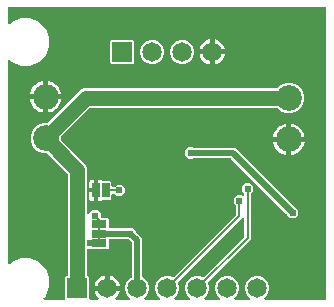
<source format=gbr>
G04 EAGLE Gerber RS-274X export*
G75*
%MOMM*%
%FSLAX34Y34*%
%LPD*%
%AMOC8*
5,1,8,0,0,1.08239X$1,22.5*%
G01*
%ADD10R,1.270000X0.635000*%
%ADD11C,0.203200*%
%ADD12R,1.651000X1.651000*%
%ADD13C,1.651000*%
%ADD14C,2.184400*%
%ADD15R,0.635000X1.270000*%
%ADD16C,0.609600*%
%ADD17C,0.177800*%
%ADD18C,1.270000*%
%ADD19C,0.508000*%

G36*
X52809Y5216D02*
X52809Y5216D01*
X52867Y5214D01*
X52949Y5236D01*
X53033Y5248D01*
X53086Y5271D01*
X53142Y5286D01*
X53215Y5329D01*
X53292Y5364D01*
X53337Y5402D01*
X53387Y5431D01*
X53445Y5493D01*
X53509Y5547D01*
X53541Y5596D01*
X53581Y5639D01*
X53620Y5714D01*
X53667Y5784D01*
X53684Y5840D01*
X53711Y5892D01*
X53722Y5960D01*
X53752Y6055D01*
X53755Y6155D01*
X53766Y6223D01*
X53766Y23992D01*
X54830Y25055D01*
X54854Y25062D01*
X54938Y25074D01*
X54991Y25097D01*
X55047Y25112D01*
X55120Y25155D01*
X55197Y25190D01*
X55242Y25228D01*
X55292Y25257D01*
X55350Y25319D01*
X55414Y25373D01*
X55446Y25422D01*
X55486Y25465D01*
X55525Y25540D01*
X55572Y25610D01*
X55589Y25666D01*
X55616Y25718D01*
X55627Y25786D01*
X55657Y25881D01*
X55660Y25981D01*
X55671Y26049D01*
X55671Y111412D01*
X55659Y111499D01*
X55656Y111586D01*
X55639Y111639D01*
X55631Y111694D01*
X55596Y111774D01*
X55569Y111857D01*
X55541Y111896D01*
X55515Y111953D01*
X55419Y112067D01*
X55374Y112130D01*
X38502Y129002D01*
X38433Y129054D01*
X38369Y129114D01*
X38319Y129140D01*
X38275Y129173D01*
X38193Y129204D01*
X38115Y129244D01*
X38068Y129252D01*
X38009Y129274D01*
X37862Y129286D01*
X37784Y129299D01*
X34474Y129299D01*
X29806Y131233D01*
X26233Y134806D01*
X24299Y139474D01*
X24299Y144526D01*
X26233Y149194D01*
X29806Y152767D01*
X34474Y154701D01*
X37784Y154701D01*
X37871Y154713D01*
X37958Y154716D01*
X38011Y154733D01*
X38066Y154741D01*
X38146Y154776D01*
X38229Y154803D01*
X38268Y154831D01*
X38325Y154857D01*
X38439Y154953D01*
X38502Y154998D01*
X66395Y182891D01*
X69383Y184129D01*
X232747Y184129D01*
X232833Y184141D01*
X232921Y184144D01*
X232973Y184161D01*
X233028Y184169D01*
X233108Y184204D01*
X233191Y184231D01*
X233230Y184259D01*
X233288Y184285D01*
X233401Y184381D01*
X233465Y184426D01*
X235806Y186767D01*
X240474Y188701D01*
X245526Y188701D01*
X250194Y186767D01*
X253767Y183194D01*
X255701Y178526D01*
X255701Y173474D01*
X253767Y168806D01*
X250194Y165233D01*
X245526Y163299D01*
X240474Y163299D01*
X235806Y165233D01*
X233465Y167574D01*
X233395Y167626D01*
X233331Y167686D01*
X233281Y167712D01*
X233237Y167745D01*
X233156Y167776D01*
X233078Y167816D01*
X233030Y167824D01*
X232972Y167846D01*
X232824Y167858D01*
X232747Y167871D01*
X74788Y167871D01*
X74701Y167859D01*
X74614Y167856D01*
X74561Y167839D01*
X74506Y167831D01*
X74426Y167796D01*
X74343Y167769D01*
X74304Y167741D01*
X74247Y167715D01*
X74133Y167619D01*
X74070Y167574D01*
X49998Y143502D01*
X49946Y143433D01*
X49886Y143369D01*
X49860Y143319D01*
X49827Y143275D01*
X49796Y143193D01*
X49756Y143115D01*
X49748Y143068D01*
X49726Y143009D01*
X49714Y142862D01*
X49701Y142784D01*
X49701Y141216D01*
X49708Y141163D01*
X49707Y141135D01*
X49714Y141111D01*
X49716Y141042D01*
X49733Y140989D01*
X49741Y140934D01*
X49776Y140854D01*
X49803Y140771D01*
X49831Y140732D01*
X49857Y140675D01*
X49953Y140561D01*
X49998Y140498D01*
X70691Y119805D01*
X71929Y116817D01*
X71929Y78920D01*
X71933Y78891D01*
X71930Y78861D01*
X71953Y78750D01*
X71969Y78638D01*
X71981Y78612D01*
X71986Y78583D01*
X72039Y78482D01*
X72085Y78379D01*
X72104Y78356D01*
X72117Y78330D01*
X72195Y78248D01*
X72268Y78162D01*
X72293Y78146D01*
X72313Y78124D01*
X72411Y78067D01*
X72505Y78004D01*
X72533Y77995D01*
X72558Y77981D01*
X72668Y77953D01*
X72776Y77918D01*
X72806Y77918D01*
X72834Y77911D01*
X72947Y77914D01*
X73060Y77911D01*
X73089Y77919D01*
X73118Y77920D01*
X73226Y77954D01*
X73335Y77983D01*
X73361Y77998D01*
X73389Y78007D01*
X73452Y78053D01*
X73580Y78128D01*
X73623Y78174D01*
X73662Y78202D01*
X76741Y81281D01*
X80739Y81281D01*
X83567Y78453D01*
X83567Y75821D01*
X83579Y75734D01*
X83582Y75647D01*
X83599Y75594D01*
X83607Y75539D01*
X83642Y75459D01*
X83669Y75376D01*
X83697Y75337D01*
X83723Y75280D01*
X83819Y75166D01*
X83864Y75103D01*
X84374Y74593D01*
X84443Y74541D01*
X84507Y74481D01*
X84557Y74455D01*
X84601Y74422D01*
X84683Y74391D01*
X84760Y74351D01*
X84808Y74343D01*
X84867Y74321D01*
X85014Y74309D01*
X85092Y74296D01*
X89637Y74296D01*
X90679Y73254D01*
X90679Y66548D01*
X90687Y66490D01*
X90685Y66432D01*
X90707Y66350D01*
X90719Y66266D01*
X90742Y66213D01*
X90757Y66157D01*
X90800Y66084D01*
X90835Y66007D01*
X90873Y65962D01*
X90902Y65912D01*
X90964Y65854D01*
X91018Y65790D01*
X91067Y65758D01*
X91110Y65718D01*
X91185Y65679D01*
X91255Y65632D01*
X91311Y65615D01*
X91363Y65588D01*
X91431Y65577D01*
X91526Y65547D01*
X91626Y65544D01*
X91694Y65533D01*
X105784Y65533D01*
X105871Y65545D01*
X105958Y65548D01*
X106011Y65565D01*
X106066Y65573D01*
X106145Y65608D01*
X106229Y65635D01*
X106268Y65663D01*
X106325Y65689D01*
X106438Y65785D01*
X106502Y65830D01*
X106713Y66041D01*
X110711Y66041D01*
X113539Y63213D01*
X113539Y62915D01*
X113551Y62829D01*
X113554Y62741D01*
X113571Y62689D01*
X113579Y62634D01*
X113614Y62554D01*
X113641Y62471D01*
X113669Y62432D01*
X113695Y62375D01*
X113791Y62261D01*
X113836Y62198D01*
X118919Y57115D01*
X118919Y24750D01*
X118919Y24748D01*
X118919Y24747D01*
X118940Y24598D01*
X118959Y24468D01*
X118959Y24467D01*
X118959Y24465D01*
X119021Y24330D01*
X119075Y24209D01*
X119076Y24208D01*
X119077Y24206D01*
X119170Y24097D01*
X119258Y23992D01*
X119260Y23991D01*
X119261Y23990D01*
X119273Y23982D01*
X119495Y23834D01*
X119524Y23825D01*
X119545Y23812D01*
X120284Y23506D01*
X123106Y20684D01*
X124634Y16996D01*
X124634Y13004D01*
X123106Y9316D01*
X120731Y6941D01*
X120713Y6917D01*
X120691Y6898D01*
X120628Y6804D01*
X120560Y6714D01*
X120549Y6686D01*
X120533Y6662D01*
X120499Y6554D01*
X120459Y6448D01*
X120456Y6419D01*
X120447Y6391D01*
X120444Y6277D01*
X120435Y6165D01*
X120441Y6136D01*
X120440Y6107D01*
X120469Y5997D01*
X120491Y5886D01*
X120504Y5860D01*
X120512Y5832D01*
X120570Y5734D01*
X120622Y5634D01*
X120642Y5612D01*
X120657Y5587D01*
X120740Y5510D01*
X120818Y5428D01*
X120843Y5413D01*
X120864Y5393D01*
X120965Y5341D01*
X121063Y5284D01*
X121091Y5277D01*
X121118Y5263D01*
X121195Y5250D01*
X121338Y5214D01*
X121401Y5216D01*
X121449Y5208D01*
X133151Y5208D01*
X133180Y5212D01*
X133210Y5209D01*
X133321Y5232D01*
X133433Y5248D01*
X133460Y5260D01*
X133488Y5265D01*
X133589Y5318D01*
X133692Y5364D01*
X133715Y5383D01*
X133741Y5396D01*
X133823Y5474D01*
X133909Y5547D01*
X133926Y5572D01*
X133947Y5592D01*
X134004Y5690D01*
X134067Y5784D01*
X134076Y5812D01*
X134091Y5837D01*
X134118Y5947D01*
X134153Y6055D01*
X134153Y6085D01*
X134161Y6113D01*
X134157Y6226D01*
X134160Y6339D01*
X134153Y6368D01*
X134152Y6397D01*
X134117Y6505D01*
X134088Y6614D01*
X134073Y6640D01*
X134064Y6668D01*
X134019Y6731D01*
X133943Y6859D01*
X133897Y6902D01*
X133869Y6941D01*
X131494Y9316D01*
X129966Y13004D01*
X129966Y16996D01*
X131494Y20684D01*
X134316Y23506D01*
X138004Y25034D01*
X141996Y25034D01*
X144258Y24097D01*
X144260Y24096D01*
X144261Y24096D01*
X144395Y24061D01*
X144533Y24026D01*
X144535Y24026D01*
X144536Y24025D01*
X144677Y24030D01*
X144817Y24034D01*
X144819Y24034D01*
X144821Y24034D01*
X144953Y24077D01*
X145088Y24121D01*
X145090Y24121D01*
X145091Y24122D01*
X145103Y24130D01*
X145324Y24279D01*
X145344Y24302D01*
X145364Y24317D01*
X198076Y77028D01*
X198128Y77098D01*
X198188Y77162D01*
X198214Y77211D01*
X198247Y77255D01*
X198278Y77337D01*
X198318Y77415D01*
X198326Y77463D01*
X198348Y77521D01*
X198360Y77669D01*
X198373Y77746D01*
X198373Y84448D01*
X198366Y84498D01*
X198367Y84514D01*
X198361Y84535D01*
X198358Y84622D01*
X198341Y84675D01*
X198333Y84730D01*
X198298Y84809D01*
X198271Y84893D01*
X198243Y84932D01*
X198217Y84989D01*
X198121Y85102D01*
X198076Y85166D01*
X196341Y86901D01*
X196341Y90899D01*
X199169Y93727D01*
X203167Y93727D01*
X203498Y93396D01*
X203522Y93378D01*
X203541Y93356D01*
X203635Y93293D01*
X203725Y93225D01*
X203753Y93215D01*
X203777Y93198D01*
X203885Y93164D01*
X203991Y93124D01*
X204020Y93121D01*
X204048Y93112D01*
X204162Y93110D01*
X204274Y93100D01*
X204303Y93106D01*
X204332Y93105D01*
X204442Y93134D01*
X204553Y93156D01*
X204579Y93170D01*
X204607Y93177D01*
X204705Y93235D01*
X204805Y93287D01*
X204827Y93307D01*
X204852Y93322D01*
X204929Y93405D01*
X205011Y93483D01*
X205026Y93508D01*
X205046Y93530D01*
X205098Y93631D01*
X205155Y93728D01*
X205162Y93757D01*
X205176Y93783D01*
X205189Y93860D01*
X205225Y94004D01*
X205223Y94066D01*
X205231Y94114D01*
X205231Y94608D01*
X205224Y94657D01*
X205225Y94666D01*
X205221Y94679D01*
X205219Y94695D01*
X205216Y94782D01*
X205199Y94835D01*
X205191Y94890D01*
X205156Y94969D01*
X205129Y95053D01*
X205101Y95092D01*
X205075Y95149D01*
X204979Y95262D01*
X204934Y95326D01*
X203199Y97061D01*
X203199Y101059D01*
X206027Y103887D01*
X210025Y103887D01*
X212853Y101059D01*
X212853Y97061D01*
X211118Y95326D01*
X211066Y95256D01*
X211006Y95192D01*
X210980Y95143D01*
X210947Y95099D01*
X210916Y95017D01*
X210876Y94939D01*
X210868Y94892D01*
X210846Y94833D01*
X210837Y94725D01*
X210835Y94718D01*
X210834Y94689D01*
X210834Y94686D01*
X210821Y94608D01*
X210821Y56468D01*
X208886Y54534D01*
X174717Y20364D01*
X174716Y20363D01*
X174715Y20362D01*
X174627Y20245D01*
X174546Y20137D01*
X174545Y20136D01*
X174544Y20134D01*
X174495Y20003D01*
X174445Y19872D01*
X174445Y19870D01*
X174444Y19869D01*
X174432Y19724D01*
X174421Y19588D01*
X174421Y19587D01*
X174421Y19585D01*
X174425Y19570D01*
X174477Y19310D01*
X174491Y19282D01*
X174497Y19258D01*
X175434Y16996D01*
X175434Y13004D01*
X173906Y9316D01*
X171531Y6941D01*
X171513Y6917D01*
X171491Y6898D01*
X171428Y6804D01*
X171360Y6714D01*
X171349Y6686D01*
X171333Y6662D01*
X171299Y6554D01*
X171259Y6448D01*
X171256Y6419D01*
X171247Y6391D01*
X171244Y6277D01*
X171235Y6165D01*
X171241Y6136D01*
X171240Y6107D01*
X171269Y5997D01*
X171291Y5886D01*
X171304Y5860D01*
X171312Y5832D01*
X171370Y5734D01*
X171422Y5634D01*
X171442Y5612D01*
X171457Y5587D01*
X171540Y5510D01*
X171618Y5428D01*
X171643Y5413D01*
X171664Y5393D01*
X171765Y5341D01*
X171863Y5284D01*
X171891Y5277D01*
X171918Y5263D01*
X171995Y5250D01*
X172138Y5214D01*
X172201Y5216D01*
X172249Y5208D01*
X183951Y5208D01*
X183980Y5212D01*
X184010Y5209D01*
X184121Y5232D01*
X184233Y5248D01*
X184260Y5260D01*
X184288Y5265D01*
X184389Y5318D01*
X184492Y5364D01*
X184515Y5383D01*
X184541Y5396D01*
X184623Y5474D01*
X184709Y5547D01*
X184726Y5572D01*
X184747Y5592D01*
X184804Y5690D01*
X184867Y5784D01*
X184876Y5812D01*
X184891Y5837D01*
X184918Y5947D01*
X184953Y6055D01*
X184953Y6085D01*
X184961Y6113D01*
X184957Y6226D01*
X184960Y6339D01*
X184953Y6368D01*
X184952Y6397D01*
X184917Y6505D01*
X184888Y6614D01*
X184873Y6640D01*
X184864Y6668D01*
X184819Y6731D01*
X184743Y6859D01*
X184697Y6902D01*
X184669Y6941D01*
X182294Y9316D01*
X180766Y13004D01*
X180766Y16996D01*
X182294Y20684D01*
X185116Y23506D01*
X188804Y25034D01*
X192796Y25034D01*
X196484Y23506D01*
X199306Y20684D01*
X200834Y16996D01*
X200834Y13004D01*
X199306Y9316D01*
X196931Y6941D01*
X196913Y6917D01*
X196891Y6898D01*
X196828Y6804D01*
X196760Y6714D01*
X196749Y6686D01*
X196733Y6662D01*
X196699Y6554D01*
X196659Y6448D01*
X196656Y6419D01*
X196647Y6391D01*
X196644Y6277D01*
X196635Y6165D01*
X196641Y6136D01*
X196640Y6107D01*
X196669Y5997D01*
X196691Y5886D01*
X196704Y5860D01*
X196712Y5832D01*
X196770Y5734D01*
X196822Y5634D01*
X196842Y5612D01*
X196857Y5587D01*
X196940Y5510D01*
X197018Y5428D01*
X197043Y5413D01*
X197064Y5393D01*
X197165Y5341D01*
X197263Y5284D01*
X197291Y5277D01*
X197318Y5263D01*
X197395Y5250D01*
X197538Y5214D01*
X197601Y5216D01*
X197649Y5208D01*
X209351Y5208D01*
X209380Y5212D01*
X209410Y5209D01*
X209521Y5232D01*
X209633Y5248D01*
X209660Y5260D01*
X209688Y5265D01*
X209789Y5318D01*
X209892Y5364D01*
X209915Y5383D01*
X209941Y5396D01*
X210023Y5474D01*
X210109Y5547D01*
X210126Y5572D01*
X210147Y5592D01*
X210204Y5690D01*
X210267Y5784D01*
X210276Y5812D01*
X210291Y5837D01*
X210318Y5947D01*
X210353Y6055D01*
X210353Y6085D01*
X210361Y6113D01*
X210357Y6226D01*
X210360Y6339D01*
X210353Y6368D01*
X210352Y6397D01*
X210317Y6505D01*
X210288Y6614D01*
X210273Y6640D01*
X210264Y6668D01*
X210219Y6731D01*
X210143Y6859D01*
X210097Y6902D01*
X210069Y6941D01*
X207694Y9316D01*
X206166Y13004D01*
X206166Y16996D01*
X207694Y20684D01*
X210516Y23506D01*
X214204Y25034D01*
X218196Y25034D01*
X221884Y23506D01*
X224706Y20684D01*
X226234Y16996D01*
X226234Y13004D01*
X224706Y9316D01*
X222331Y6941D01*
X222313Y6917D01*
X222291Y6898D01*
X222228Y6804D01*
X222160Y6714D01*
X222149Y6686D01*
X222133Y6662D01*
X222099Y6554D01*
X222059Y6448D01*
X222056Y6419D01*
X222047Y6391D01*
X222044Y6277D01*
X222035Y6165D01*
X222041Y6136D01*
X222040Y6107D01*
X222069Y5997D01*
X222091Y5886D01*
X222104Y5860D01*
X222112Y5832D01*
X222170Y5734D01*
X222222Y5634D01*
X222242Y5612D01*
X222257Y5587D01*
X222340Y5510D01*
X222418Y5428D01*
X222443Y5413D01*
X222464Y5393D01*
X222565Y5341D01*
X222663Y5284D01*
X222691Y5277D01*
X222718Y5263D01*
X222795Y5250D01*
X222938Y5214D01*
X223001Y5216D01*
X223049Y5208D01*
X273777Y5208D01*
X273835Y5216D01*
X273893Y5214D01*
X273975Y5236D01*
X274059Y5248D01*
X274112Y5271D01*
X274168Y5286D01*
X274241Y5329D01*
X274318Y5364D01*
X274363Y5402D01*
X274413Y5431D01*
X274471Y5493D01*
X274535Y5547D01*
X274567Y5596D01*
X274607Y5639D01*
X274646Y5714D01*
X274693Y5784D01*
X274710Y5840D01*
X274737Y5892D01*
X274748Y5960D01*
X274778Y6055D01*
X274781Y6155D01*
X274792Y6223D01*
X274792Y251777D01*
X274784Y251835D01*
X274786Y251893D01*
X274764Y251975D01*
X274752Y252059D01*
X274729Y252112D01*
X274714Y252168D01*
X274671Y252241D01*
X274636Y252318D01*
X274598Y252363D01*
X274569Y252413D01*
X274507Y252471D01*
X274453Y252535D01*
X274404Y252567D01*
X274361Y252607D01*
X274286Y252646D01*
X274216Y252693D01*
X274160Y252710D01*
X274108Y252737D01*
X274040Y252748D01*
X273945Y252778D01*
X273845Y252781D01*
X273777Y252792D01*
X6223Y252792D01*
X6165Y252784D01*
X6107Y252786D01*
X6025Y252764D01*
X5941Y252752D01*
X5888Y252729D01*
X5832Y252714D01*
X5759Y252671D01*
X5682Y252636D01*
X5637Y252598D01*
X5587Y252569D01*
X5529Y252507D01*
X5465Y252453D01*
X5433Y252404D01*
X5393Y252361D01*
X5354Y252286D01*
X5307Y252216D01*
X5290Y252160D01*
X5263Y252108D01*
X5252Y252040D01*
X5222Y251945D01*
X5219Y251845D01*
X5208Y251777D01*
X5208Y239257D01*
X5212Y239228D01*
X5209Y239199D01*
X5232Y239088D01*
X5248Y238976D01*
X5260Y238949D01*
X5265Y238920D01*
X5318Y238819D01*
X5364Y238716D01*
X5383Y238694D01*
X5396Y238668D01*
X5474Y238586D01*
X5547Y238499D01*
X5572Y238483D01*
X5592Y238462D01*
X5690Y238405D01*
X5784Y238342D01*
X5812Y238333D01*
X5837Y238318D01*
X5947Y238290D01*
X6055Y238256D01*
X6085Y238255D01*
X6113Y238248D01*
X6226Y238252D01*
X6339Y238249D01*
X6368Y238256D01*
X6397Y238257D01*
X6505Y238292D01*
X6614Y238320D01*
X6640Y238335D01*
X6668Y238344D01*
X6731Y238390D01*
X6859Y238466D01*
X6902Y238511D01*
X6941Y238539D01*
X8625Y240224D01*
X16006Y243281D01*
X23994Y243281D01*
X31375Y240224D01*
X37024Y234575D01*
X40081Y227194D01*
X40081Y219206D01*
X37024Y211825D01*
X31375Y206176D01*
X23994Y203119D01*
X16006Y203119D01*
X8625Y206176D01*
X6941Y207861D01*
X6917Y207878D01*
X6898Y207901D01*
X6804Y207963D01*
X6714Y208032D01*
X6686Y208042D01*
X6662Y208058D01*
X6554Y208092D01*
X6448Y208133D01*
X6419Y208135D01*
X6391Y208144D01*
X6277Y208147D01*
X6165Y208156D01*
X6136Y208151D01*
X6107Y208151D01*
X5997Y208123D01*
X5886Y208100D01*
X5860Y208087D01*
X5832Y208080D01*
X5734Y208022D01*
X5634Y207969D01*
X5612Y207949D01*
X5587Y207934D01*
X5510Y207852D01*
X5428Y207774D01*
X5413Y207748D01*
X5393Y207727D01*
X5341Y207626D01*
X5284Y207528D01*
X5277Y207500D01*
X5263Y207474D01*
X5250Y207397D01*
X5214Y207253D01*
X5216Y207190D01*
X5208Y207143D01*
X5208Y36057D01*
X5212Y36028D01*
X5209Y35999D01*
X5232Y35888D01*
X5248Y35776D01*
X5260Y35749D01*
X5265Y35720D01*
X5318Y35619D01*
X5364Y35516D01*
X5383Y35494D01*
X5396Y35468D01*
X5474Y35386D01*
X5547Y35299D01*
X5572Y35283D01*
X5592Y35262D01*
X5690Y35205D01*
X5784Y35142D01*
X5812Y35133D01*
X5837Y35118D01*
X5947Y35090D01*
X6055Y35056D01*
X6085Y35055D01*
X6113Y35048D01*
X6226Y35052D01*
X6339Y35049D01*
X6368Y35056D01*
X6397Y35057D01*
X6505Y35092D01*
X6614Y35120D01*
X6640Y35135D01*
X6668Y35144D01*
X6731Y35190D01*
X6859Y35266D01*
X6902Y35311D01*
X6941Y35339D01*
X8625Y37024D01*
X16006Y40081D01*
X23994Y40081D01*
X31375Y37024D01*
X37024Y31375D01*
X40081Y23994D01*
X40081Y16006D01*
X37024Y8625D01*
X35339Y6941D01*
X35322Y6917D01*
X35299Y6898D01*
X35237Y6804D01*
X35168Y6714D01*
X35158Y6686D01*
X35142Y6662D01*
X35108Y6554D01*
X35067Y6448D01*
X35065Y6419D01*
X35056Y6391D01*
X35053Y6277D01*
X35044Y6165D01*
X35049Y6136D01*
X35049Y6107D01*
X35077Y5997D01*
X35100Y5886D01*
X35113Y5860D01*
X35120Y5832D01*
X35178Y5734D01*
X35231Y5634D01*
X35251Y5612D01*
X35266Y5587D01*
X35348Y5510D01*
X35426Y5428D01*
X35452Y5413D01*
X35473Y5393D01*
X35574Y5341D01*
X35672Y5284D01*
X35700Y5277D01*
X35726Y5263D01*
X35803Y5250D01*
X35947Y5214D01*
X36010Y5216D01*
X36057Y5208D01*
X52751Y5208D01*
X52809Y5216D01*
G37*
G36*
X81303Y5212D02*
X81303Y5212D01*
X81332Y5209D01*
X81443Y5232D01*
X81555Y5248D01*
X81582Y5260D01*
X81611Y5265D01*
X81711Y5318D01*
X81815Y5364D01*
X81837Y5383D01*
X81863Y5396D01*
X81945Y5474D01*
X82032Y5547D01*
X82048Y5572D01*
X82069Y5592D01*
X82126Y5690D01*
X82189Y5784D01*
X82198Y5812D01*
X82213Y5837D01*
X82241Y5947D01*
X82275Y6055D01*
X82276Y6085D01*
X82283Y6113D01*
X82279Y6226D01*
X82282Y6339D01*
X82275Y6368D01*
X82274Y6397D01*
X82239Y6505D01*
X82211Y6614D01*
X82196Y6640D01*
X82187Y6668D01*
X82141Y6732D01*
X82065Y6859D01*
X82020Y6902D01*
X81992Y6941D01*
X80965Y7967D01*
X79967Y9342D01*
X79195Y10856D01*
X78670Y12472D01*
X78591Y12969D01*
X88184Y12969D01*
X88242Y12977D01*
X88300Y12975D01*
X88382Y12997D01*
X88465Y13009D01*
X88519Y13033D01*
X88575Y13047D01*
X88648Y13090D01*
X88725Y13125D01*
X88769Y13163D01*
X88820Y13193D01*
X88877Y13254D01*
X88942Y13309D01*
X88974Y13357D01*
X89014Y13400D01*
X89053Y13475D01*
X89099Y13545D01*
X89117Y13601D01*
X89144Y13653D01*
X89155Y13721D01*
X89185Y13816D01*
X89188Y13916D01*
X89199Y13984D01*
X89199Y15001D01*
X89201Y15001D01*
X89201Y13984D01*
X89209Y13926D01*
X89208Y13868D01*
X89229Y13786D01*
X89241Y13703D01*
X89265Y13649D01*
X89279Y13593D01*
X89322Y13520D01*
X89357Y13443D01*
X89395Y13398D01*
X89425Y13348D01*
X89486Y13290D01*
X89541Y13226D01*
X89589Y13194D01*
X89632Y13154D01*
X89707Y13115D01*
X89777Y13069D01*
X89833Y13051D01*
X89885Y13024D01*
X89953Y13013D01*
X90048Y12983D01*
X90148Y12980D01*
X90216Y12969D01*
X99809Y12969D01*
X99730Y12472D01*
X99205Y10856D01*
X98433Y9342D01*
X97435Y7967D01*
X96408Y6941D01*
X96391Y6917D01*
X96368Y6898D01*
X96306Y6804D01*
X96237Y6714D01*
X96227Y6686D01*
X96211Y6662D01*
X96177Y6554D01*
X96136Y6448D01*
X96134Y6419D01*
X96125Y6391D01*
X96122Y6277D01*
X96113Y6165D01*
X96118Y6136D01*
X96118Y6107D01*
X96146Y5997D01*
X96169Y5886D01*
X96182Y5860D01*
X96189Y5832D01*
X96247Y5734D01*
X96300Y5634D01*
X96320Y5612D01*
X96335Y5587D01*
X96417Y5510D01*
X96495Y5428D01*
X96521Y5413D01*
X96542Y5393D01*
X96643Y5341D01*
X96741Y5284D01*
X96769Y5277D01*
X96795Y5263D01*
X96873Y5250D01*
X97016Y5214D01*
X97079Y5216D01*
X97126Y5208D01*
X107751Y5208D01*
X107780Y5212D01*
X107810Y5209D01*
X107921Y5232D01*
X108033Y5248D01*
X108060Y5260D01*
X108088Y5265D01*
X108189Y5318D01*
X108292Y5364D01*
X108315Y5383D01*
X108341Y5396D01*
X108423Y5474D01*
X108509Y5547D01*
X108526Y5572D01*
X108547Y5592D01*
X108604Y5690D01*
X108667Y5784D01*
X108676Y5812D01*
X108691Y5837D01*
X108718Y5947D01*
X108753Y6055D01*
X108753Y6085D01*
X108761Y6113D01*
X108757Y6226D01*
X108760Y6339D01*
X108753Y6368D01*
X108752Y6397D01*
X108717Y6505D01*
X108688Y6614D01*
X108673Y6640D01*
X108664Y6668D01*
X108619Y6731D01*
X108543Y6859D01*
X108497Y6902D01*
X108469Y6941D01*
X106094Y9316D01*
X104566Y13004D01*
X104566Y16996D01*
X106094Y20684D01*
X108916Y23506D01*
X109655Y23812D01*
X109656Y23813D01*
X109657Y23813D01*
X109774Y23882D01*
X109899Y23956D01*
X109901Y23958D01*
X109902Y23958D01*
X109995Y24058D01*
X110095Y24163D01*
X110095Y24165D01*
X110096Y24166D01*
X110161Y24291D01*
X110225Y24416D01*
X110225Y24417D01*
X110226Y24419D01*
X110228Y24434D01*
X110280Y24695D01*
X110277Y24725D01*
X110281Y24750D01*
X110281Y53117D01*
X110269Y53203D01*
X110266Y53291D01*
X110249Y53343D01*
X110241Y53398D01*
X110206Y53478D01*
X110179Y53561D01*
X110151Y53600D01*
X110125Y53657D01*
X110029Y53771D01*
X109984Y53834D01*
X107728Y56090D01*
X107659Y56142D01*
X107595Y56202D01*
X107545Y56228D01*
X107501Y56261D01*
X107420Y56292D01*
X107342Y56332D01*
X107294Y56340D01*
X107236Y56362D01*
X107088Y56374D01*
X107011Y56387D01*
X106713Y56387D01*
X106502Y56598D01*
X106432Y56650D01*
X106368Y56710D01*
X106319Y56736D01*
X106275Y56769D01*
X106193Y56800D01*
X106115Y56840D01*
X106068Y56848D01*
X106009Y56870D01*
X105862Y56882D01*
X105784Y56895D01*
X91694Y56895D01*
X91636Y56887D01*
X91578Y56889D01*
X91496Y56867D01*
X91412Y56855D01*
X91359Y56832D01*
X91303Y56817D01*
X91230Y56774D01*
X91153Y56739D01*
X91108Y56701D01*
X91058Y56672D01*
X91000Y56610D01*
X90936Y56556D01*
X90904Y56507D01*
X90864Y56464D01*
X90825Y56389D01*
X90778Y56319D01*
X90761Y56263D01*
X90734Y56211D01*
X90723Y56143D01*
X90693Y56048D01*
X90690Y55948D01*
X90679Y55880D01*
X90679Y49174D01*
X89637Y48132D01*
X77523Y48132D01*
X77436Y48120D01*
X77349Y48117D01*
X77296Y48100D01*
X77241Y48092D01*
X77162Y48057D01*
X77078Y48030D01*
X77044Y48005D01*
X72944Y48005D01*
X72886Y47997D01*
X72828Y47999D01*
X72746Y47977D01*
X72662Y47965D01*
X72609Y47942D01*
X72553Y47927D01*
X72480Y47884D01*
X72403Y47849D01*
X72358Y47811D01*
X72308Y47782D01*
X72250Y47720D01*
X72186Y47666D01*
X72154Y47617D01*
X72114Y47574D01*
X72075Y47499D01*
X72028Y47429D01*
X72011Y47373D01*
X71984Y47321D01*
X71973Y47253D01*
X71943Y47158D01*
X71940Y47058D01*
X71929Y46990D01*
X71929Y26049D01*
X71937Y25991D01*
X71935Y25933D01*
X71957Y25851D01*
X71969Y25767D01*
X71992Y25714D01*
X72007Y25658D01*
X72050Y25585D01*
X72085Y25508D01*
X72123Y25463D01*
X72152Y25413D01*
X72214Y25355D01*
X72268Y25291D01*
X72317Y25259D01*
X72360Y25219D01*
X72435Y25180D01*
X72505Y25133D01*
X72561Y25116D01*
X72613Y25089D01*
X72681Y25078D01*
X72776Y25048D01*
X72778Y25048D01*
X73834Y23992D01*
X73834Y6223D01*
X73842Y6165D01*
X73840Y6107D01*
X73862Y6025D01*
X73874Y5941D01*
X73897Y5888D01*
X73912Y5832D01*
X73955Y5759D01*
X73990Y5682D01*
X74028Y5637D01*
X74057Y5587D01*
X74119Y5529D01*
X74173Y5465D01*
X74222Y5433D01*
X74265Y5393D01*
X74340Y5354D01*
X74410Y5307D01*
X74466Y5290D01*
X74518Y5263D01*
X74586Y5252D01*
X74681Y5222D01*
X74781Y5219D01*
X74849Y5208D01*
X81274Y5208D01*
X81303Y5212D01*
G37*
%LPC*%
G36*
X244127Y74167D02*
X244127Y74167D01*
X241299Y76995D01*
X241299Y77293D01*
X241291Y77350D01*
X241293Y77407D01*
X241285Y77435D01*
X241284Y77467D01*
X241267Y77519D01*
X241259Y77574D01*
X241234Y77630D01*
X241221Y77682D01*
X241207Y77705D01*
X241197Y77737D01*
X241169Y77776D01*
X241143Y77834D01*
X241101Y77883D01*
X241076Y77926D01*
X241034Y77965D01*
X241002Y78010D01*
X194342Y124670D01*
X194273Y124722D01*
X194209Y124782D01*
X194159Y124808D01*
X194115Y124841D01*
X194034Y124872D01*
X193956Y124912D01*
X193908Y124920D01*
X193850Y124942D01*
X193702Y124954D01*
X193625Y124967D01*
X162694Y124967D01*
X162607Y124955D01*
X162520Y124952D01*
X162467Y124935D01*
X162412Y124927D01*
X162333Y124892D01*
X162249Y124865D01*
X162210Y124837D01*
X162153Y124811D01*
X162040Y124715D01*
X161976Y124670D01*
X161765Y124459D01*
X157767Y124459D01*
X154939Y127287D01*
X154939Y131285D01*
X157767Y134113D01*
X161765Y134113D01*
X161976Y133902D01*
X162046Y133850D01*
X162110Y133790D01*
X162159Y133764D01*
X162203Y133731D01*
X162285Y133700D01*
X162363Y133660D01*
X162410Y133652D01*
X162469Y133630D01*
X162616Y133618D01*
X162694Y133605D01*
X197623Y133605D01*
X247110Y84118D01*
X247179Y84066D01*
X247243Y84006D01*
X247293Y83980D01*
X247337Y83947D01*
X247418Y83916D01*
X247496Y83876D01*
X247544Y83868D01*
X247602Y83846D01*
X247750Y83834D01*
X247827Y83821D01*
X248125Y83821D01*
X250953Y80993D01*
X250953Y76995D01*
X248125Y74167D01*
X244127Y74167D01*
G37*
%LPD*%
G36*
X158580Y5212D02*
X158580Y5212D01*
X158610Y5209D01*
X158721Y5232D01*
X158833Y5248D01*
X158860Y5260D01*
X158888Y5265D01*
X158989Y5318D01*
X159092Y5364D01*
X159115Y5383D01*
X159141Y5396D01*
X159223Y5474D01*
X159309Y5547D01*
X159326Y5572D01*
X159347Y5592D01*
X159404Y5690D01*
X159467Y5784D01*
X159476Y5812D01*
X159491Y5837D01*
X159518Y5947D01*
X159553Y6055D01*
X159553Y6085D01*
X159561Y6113D01*
X159557Y6226D01*
X159560Y6339D01*
X159553Y6368D01*
X159552Y6397D01*
X159517Y6505D01*
X159488Y6614D01*
X159473Y6640D01*
X159464Y6668D01*
X159419Y6731D01*
X159343Y6859D01*
X159297Y6902D01*
X159269Y6941D01*
X156894Y9316D01*
X155366Y13004D01*
X155366Y16996D01*
X156894Y20684D01*
X159716Y23506D01*
X163404Y25034D01*
X167396Y25034D01*
X169658Y24097D01*
X169660Y24096D01*
X169661Y24096D01*
X169795Y24061D01*
X169933Y24026D01*
X169935Y24026D01*
X169936Y24025D01*
X170077Y24030D01*
X170217Y24034D01*
X170219Y24034D01*
X170221Y24034D01*
X170353Y24077D01*
X170488Y24121D01*
X170490Y24121D01*
X170491Y24122D01*
X170503Y24130D01*
X170724Y24279D01*
X170744Y24302D01*
X170764Y24317D01*
X204934Y58486D01*
X204986Y58556D01*
X205046Y58620D01*
X205072Y58669D01*
X205105Y58713D01*
X205136Y58795D01*
X205176Y58873D01*
X205184Y58921D01*
X205206Y58979D01*
X205218Y59127D01*
X205231Y59204D01*
X205231Y73828D01*
X205227Y73857D01*
X205230Y73886D01*
X205207Y73997D01*
X205191Y74109D01*
X205179Y74136D01*
X205174Y74165D01*
X205122Y74265D01*
X205075Y74369D01*
X205056Y74391D01*
X205043Y74417D01*
X204965Y74499D01*
X204892Y74586D01*
X204867Y74602D01*
X204847Y74623D01*
X204749Y74681D01*
X204655Y74743D01*
X204627Y74752D01*
X204602Y74767D01*
X204492Y74795D01*
X204384Y74829D01*
X204354Y74830D01*
X204326Y74837D01*
X204213Y74834D01*
X204100Y74836D01*
X204071Y74829D01*
X204042Y74828D01*
X203934Y74793D01*
X203825Y74765D01*
X203799Y74750D01*
X203771Y74741D01*
X203708Y74695D01*
X203580Y74619D01*
X203537Y74574D01*
X203498Y74546D01*
X149317Y20364D01*
X149316Y20363D01*
X149315Y20362D01*
X149226Y20244D01*
X149146Y20137D01*
X149145Y20136D01*
X149144Y20134D01*
X149093Y19998D01*
X149045Y19872D01*
X149045Y19870D01*
X149044Y19869D01*
X149032Y19724D01*
X149021Y19588D01*
X149021Y19587D01*
X149021Y19585D01*
X149025Y19570D01*
X149077Y19310D01*
X149091Y19282D01*
X149097Y19258D01*
X150034Y16996D01*
X150034Y13004D01*
X148506Y9316D01*
X146131Y6941D01*
X146113Y6917D01*
X146091Y6898D01*
X146028Y6804D01*
X145960Y6714D01*
X145949Y6686D01*
X145933Y6662D01*
X145899Y6554D01*
X145859Y6448D01*
X145856Y6419D01*
X145847Y6391D01*
X145844Y6277D01*
X145835Y6165D01*
X145841Y6136D01*
X145840Y6107D01*
X145869Y5997D01*
X145891Y5886D01*
X145904Y5860D01*
X145912Y5832D01*
X145970Y5734D01*
X146022Y5634D01*
X146042Y5612D01*
X146057Y5587D01*
X146140Y5510D01*
X146218Y5428D01*
X146243Y5413D01*
X146264Y5393D01*
X146365Y5341D01*
X146463Y5284D01*
X146491Y5277D01*
X146518Y5263D01*
X146595Y5250D01*
X146738Y5214D01*
X146801Y5216D01*
X146849Y5208D01*
X158551Y5208D01*
X158580Y5212D01*
G37*
%LPC*%
G36*
X92908Y204966D02*
X92908Y204966D01*
X91866Y206008D01*
X91866Y223992D01*
X92908Y225034D01*
X110892Y225034D01*
X111934Y223992D01*
X111934Y206008D01*
X110892Y204966D01*
X92908Y204966D01*
G37*
%LPD*%
%LPC*%
G36*
X125304Y204966D02*
X125304Y204966D01*
X121616Y206494D01*
X118794Y209316D01*
X117266Y213004D01*
X117266Y216996D01*
X118794Y220684D01*
X121616Y223506D01*
X125304Y225034D01*
X129296Y225034D01*
X132984Y223506D01*
X135806Y220684D01*
X137334Y216996D01*
X137334Y213004D01*
X135806Y209316D01*
X132984Y206494D01*
X129296Y204966D01*
X125304Y204966D01*
G37*
%LPD*%
%LPC*%
G36*
X150704Y204966D02*
X150704Y204966D01*
X147016Y206494D01*
X144194Y209316D01*
X142666Y213004D01*
X142666Y216996D01*
X144194Y220684D01*
X147016Y223506D01*
X150704Y225034D01*
X154696Y225034D01*
X158384Y223506D01*
X161206Y220684D01*
X162734Y216996D01*
X162734Y213004D01*
X161206Y209316D01*
X158384Y206494D01*
X154696Y204966D01*
X150704Y204966D01*
G37*
%LPD*%
%LPC*%
G36*
X81343Y88899D02*
X81343Y88899D01*
X81343Y97218D01*
X81335Y97276D01*
X81336Y97335D01*
X81315Y97416D01*
X81303Y97500D01*
X81279Y97553D01*
X81264Y97610D01*
X81221Y97682D01*
X81187Y97759D01*
X81163Y97787D01*
X81196Y97853D01*
X81243Y97923D01*
X81261Y97979D01*
X81287Y98031D01*
X81299Y98099D01*
X81329Y98194D01*
X81331Y98294D01*
X81343Y98362D01*
X81343Y106681D01*
X83265Y106681D01*
X83912Y106508D01*
X84534Y106148D01*
X84582Y106104D01*
X84631Y106078D01*
X84675Y106045D01*
X84757Y106014D01*
X84835Y105974D01*
X84882Y105966D01*
X84941Y105944D01*
X85089Y105932D01*
X85166Y105919D01*
X91796Y105919D01*
X92838Y104877D01*
X92838Y101600D01*
X92845Y101551D01*
X92844Y101540D01*
X92846Y101535D01*
X92844Y101484D01*
X92866Y101402D01*
X92878Y101318D01*
X92901Y101265D01*
X92916Y101209D01*
X92959Y101136D01*
X92994Y101059D01*
X93032Y101014D01*
X93061Y100964D01*
X93123Y100906D01*
X93177Y100842D01*
X93226Y100810D01*
X93269Y100770D01*
X93344Y100731D01*
X93414Y100684D01*
X93470Y100667D01*
X93522Y100640D01*
X93590Y100629D01*
X93685Y100599D01*
X93785Y100596D01*
X93853Y100585D01*
X94862Y100585D01*
X94949Y100597D01*
X95036Y100600D01*
X95089Y100617D01*
X95144Y100625D01*
X95223Y100660D01*
X95307Y100687D01*
X95346Y100715D01*
X95403Y100741D01*
X95516Y100837D01*
X95580Y100882D01*
X97315Y102617D01*
X101313Y102617D01*
X104141Y99789D01*
X104141Y95791D01*
X101313Y92963D01*
X97315Y92963D01*
X95580Y94698D01*
X95510Y94750D01*
X95446Y94810D01*
X95397Y94836D01*
X95353Y94869D01*
X95271Y94900D01*
X95193Y94940D01*
X95146Y94948D01*
X95087Y94970D01*
X94940Y94982D01*
X94862Y94995D01*
X93853Y94995D01*
X93795Y94987D01*
X93737Y94989D01*
X93655Y94967D01*
X93571Y94955D01*
X93518Y94932D01*
X93462Y94917D01*
X93389Y94874D01*
X93312Y94839D01*
X93267Y94801D01*
X93217Y94772D01*
X93159Y94710D01*
X93095Y94656D01*
X93063Y94607D01*
X93023Y94564D01*
X92984Y94489D01*
X92937Y94419D01*
X92920Y94363D01*
X92893Y94311D01*
X92882Y94243D01*
X92852Y94148D01*
X92849Y94048D01*
X92838Y93980D01*
X92838Y90703D01*
X91796Y89661D01*
X85166Y89661D01*
X85079Y89649D01*
X84992Y89646D01*
X84939Y89629D01*
X84884Y89621D01*
X84805Y89586D01*
X84721Y89559D01*
X84682Y89531D01*
X84625Y89505D01*
X84547Y89439D01*
X83912Y89072D01*
X83265Y88899D01*
X81343Y88899D01*
G37*
%LPD*%
%LPC*%
G36*
X39031Y179031D02*
X39031Y179031D01*
X39031Y190309D01*
X40153Y190131D01*
X42168Y189476D01*
X44056Y188514D01*
X45770Y187269D01*
X47269Y185770D01*
X48514Y184056D01*
X49476Y182168D01*
X50131Y180153D01*
X50309Y179031D01*
X39031Y179031D01*
G37*
%LPD*%
%LPC*%
G36*
X245031Y143031D02*
X245031Y143031D01*
X245031Y154309D01*
X246153Y154131D01*
X248168Y153476D01*
X250056Y152514D01*
X251770Y151269D01*
X253269Y149770D01*
X254514Y148056D01*
X255476Y146168D01*
X256131Y144153D01*
X256309Y143031D01*
X245031Y143031D01*
G37*
%LPD*%
%LPC*%
G36*
X23691Y179031D02*
X23691Y179031D01*
X23869Y180153D01*
X24524Y182168D01*
X25486Y184056D01*
X26731Y185770D01*
X28230Y187269D01*
X29944Y188514D01*
X31832Y189476D01*
X33847Y190131D01*
X34969Y190309D01*
X34969Y179031D01*
X23691Y179031D01*
G37*
%LPD*%
%LPC*%
G36*
X39031Y174969D02*
X39031Y174969D01*
X50309Y174969D01*
X50131Y173847D01*
X49476Y171832D01*
X48514Y169944D01*
X47269Y168230D01*
X45770Y166731D01*
X44056Y165486D01*
X42168Y164524D01*
X40153Y163869D01*
X39031Y163691D01*
X39031Y174969D01*
G37*
%LPD*%
%LPC*%
G36*
X229691Y143031D02*
X229691Y143031D01*
X229869Y144153D01*
X230524Y146168D01*
X231486Y148056D01*
X232731Y149770D01*
X234230Y151269D01*
X235944Y152514D01*
X237832Y153476D01*
X239847Y154131D01*
X240969Y154309D01*
X240969Y143031D01*
X229691Y143031D01*
G37*
%LPD*%
%LPC*%
G36*
X245031Y138969D02*
X245031Y138969D01*
X256309Y138969D01*
X256131Y137847D01*
X255476Y135832D01*
X254514Y133944D01*
X253269Y132230D01*
X251770Y130731D01*
X250056Y129486D01*
X248168Y128524D01*
X246153Y127869D01*
X245031Y127691D01*
X245031Y138969D01*
G37*
%LPD*%
%LPC*%
G36*
X33847Y163869D02*
X33847Y163869D01*
X31832Y164524D01*
X29944Y165486D01*
X28230Y166731D01*
X26731Y168230D01*
X25486Y169944D01*
X24524Y171832D01*
X23869Y173847D01*
X23691Y174969D01*
X34969Y174969D01*
X34969Y163691D01*
X33847Y163869D01*
G37*
%LPD*%
%LPC*%
G36*
X239847Y127869D02*
X239847Y127869D01*
X237832Y128524D01*
X235944Y129486D01*
X234230Y130731D01*
X232731Y132230D01*
X231486Y133944D01*
X230524Y135832D01*
X229869Y137847D01*
X229691Y138969D01*
X240969Y138969D01*
X240969Y127691D01*
X239847Y127869D01*
G37*
%LPD*%
%LPC*%
G36*
X180131Y217031D02*
X180131Y217031D01*
X180131Y225609D01*
X180628Y225530D01*
X182244Y225005D01*
X183758Y224233D01*
X185133Y223234D01*
X186334Y222033D01*
X187333Y220658D01*
X188105Y219144D01*
X188630Y217528D01*
X188709Y217031D01*
X180131Y217031D01*
G37*
%LPD*%
%LPC*%
G36*
X91231Y17031D02*
X91231Y17031D01*
X91231Y25609D01*
X91728Y25530D01*
X93344Y25005D01*
X94858Y24233D01*
X96233Y23234D01*
X97434Y22033D01*
X98433Y20658D01*
X99205Y19144D01*
X99730Y17528D01*
X99809Y17031D01*
X91231Y17031D01*
G37*
%LPD*%
%LPC*%
G36*
X167491Y217031D02*
X167491Y217031D01*
X167570Y217528D01*
X168095Y219144D01*
X168867Y220658D01*
X169866Y222033D01*
X171067Y223234D01*
X172442Y224233D01*
X173956Y225005D01*
X175572Y225530D01*
X176069Y225609D01*
X176069Y217031D01*
X167491Y217031D01*
G37*
%LPD*%
%LPC*%
G36*
X180131Y212969D02*
X180131Y212969D01*
X188709Y212969D01*
X188630Y212472D01*
X188105Y210856D01*
X187333Y209342D01*
X186334Y207967D01*
X185133Y206766D01*
X183758Y205767D01*
X182244Y204995D01*
X180628Y204470D01*
X180131Y204391D01*
X180131Y212969D01*
G37*
%LPD*%
%LPC*%
G36*
X78591Y17031D02*
X78591Y17031D01*
X78670Y17528D01*
X79195Y19144D01*
X79967Y20658D01*
X80966Y22033D01*
X82167Y23234D01*
X83542Y24233D01*
X85056Y25005D01*
X86672Y25530D01*
X87169Y25609D01*
X87169Y17031D01*
X78591Y17031D01*
G37*
%LPD*%
%LPC*%
G36*
X175572Y204470D02*
X175572Y204470D01*
X173956Y204995D01*
X172442Y205767D01*
X171067Y206766D01*
X169866Y207967D01*
X168867Y209342D01*
X168095Y210856D01*
X167570Y212472D01*
X167491Y212969D01*
X176069Y212969D01*
X176069Y204391D01*
X175572Y204470D01*
G37*
%LPD*%
%LPC*%
G36*
X74040Y99377D02*
X74040Y99377D01*
X74040Y104474D01*
X74213Y105121D01*
X74548Y105700D01*
X75021Y106173D01*
X75600Y106508D01*
X76247Y106681D01*
X78169Y106681D01*
X78169Y99377D01*
X74040Y99377D01*
G37*
%LPD*%
%LPC*%
G36*
X76247Y88899D02*
X76247Y88899D01*
X75600Y89072D01*
X75021Y89407D01*
X74548Y89880D01*
X74213Y90459D01*
X74040Y91106D01*
X74040Y96203D01*
X78169Y96203D01*
X78169Y88899D01*
X76247Y88899D01*
G37*
%LPD*%
%LPC*%
G36*
X178099Y214999D02*
X178099Y214999D01*
X178099Y215001D01*
X178101Y215001D01*
X178101Y214999D01*
X178099Y214999D01*
G37*
%LPD*%
%LPC*%
G36*
X36999Y176999D02*
X36999Y176999D01*
X36999Y177001D01*
X37001Y177001D01*
X37001Y176999D01*
X36999Y176999D01*
G37*
%LPD*%
%LPC*%
G36*
X242999Y140999D02*
X242999Y140999D01*
X242999Y141001D01*
X243001Y141001D01*
X243001Y140999D01*
X242999Y140999D01*
G37*
%LPD*%
D10*
X82550Y53086D03*
X82550Y61214D03*
X82550Y69342D03*
D11*
X82550Y61214D02*
X82550Y52832D01*
X82550Y61214D02*
X82550Y69850D01*
D12*
X101900Y215000D03*
D13*
X127300Y215000D03*
X152700Y215000D03*
X178100Y215000D03*
D14*
X37000Y142000D03*
X37000Y177000D03*
X243000Y176000D03*
X243000Y141000D03*
D15*
X79756Y97790D03*
X87884Y97790D03*
D12*
X63800Y15000D03*
D13*
X89200Y15000D03*
X114600Y15000D03*
X140000Y15000D03*
X165400Y15000D03*
X190800Y15000D03*
X216200Y15000D03*
D16*
X127254Y8890D03*
X129794Y41148D03*
X175768Y36322D03*
X152654Y8890D03*
X264668Y69850D03*
X183388Y120650D03*
X264668Y97790D03*
X51054Y60706D03*
X117094Y197866D03*
X140208Y221742D03*
X115316Y222758D03*
X78740Y76454D03*
D17*
X82550Y72644D02*
X82550Y69342D01*
X82550Y72644D02*
X78740Y76454D01*
D16*
X74976Y52832D03*
D17*
X82296Y52832D02*
X82550Y53086D01*
X82296Y52832D02*
X74976Y52832D01*
D16*
X99314Y97790D03*
D11*
X87884Y97790D01*
D16*
X201168Y88900D03*
D11*
X201168Y76168D01*
X140000Y15000D01*
D16*
X208026Y99060D03*
D11*
X208026Y57626D02*
X165400Y15000D01*
X208026Y57626D02*
X208026Y99060D01*
D18*
X243000Y176000D02*
X71000Y176000D01*
X58371Y163371D01*
X45925Y150925D01*
X37000Y142000D01*
X63800Y115200D01*
X63800Y15000D01*
D19*
X82550Y61214D02*
X108712Y61214D01*
D16*
X108712Y61214D03*
D19*
X114600Y55326D02*
X114600Y15000D01*
X114600Y55326D02*
X108712Y61214D01*
D16*
X159766Y129286D03*
D19*
X195834Y129286D01*
X246126Y78994D01*
D16*
X246126Y78994D03*
M02*

</source>
